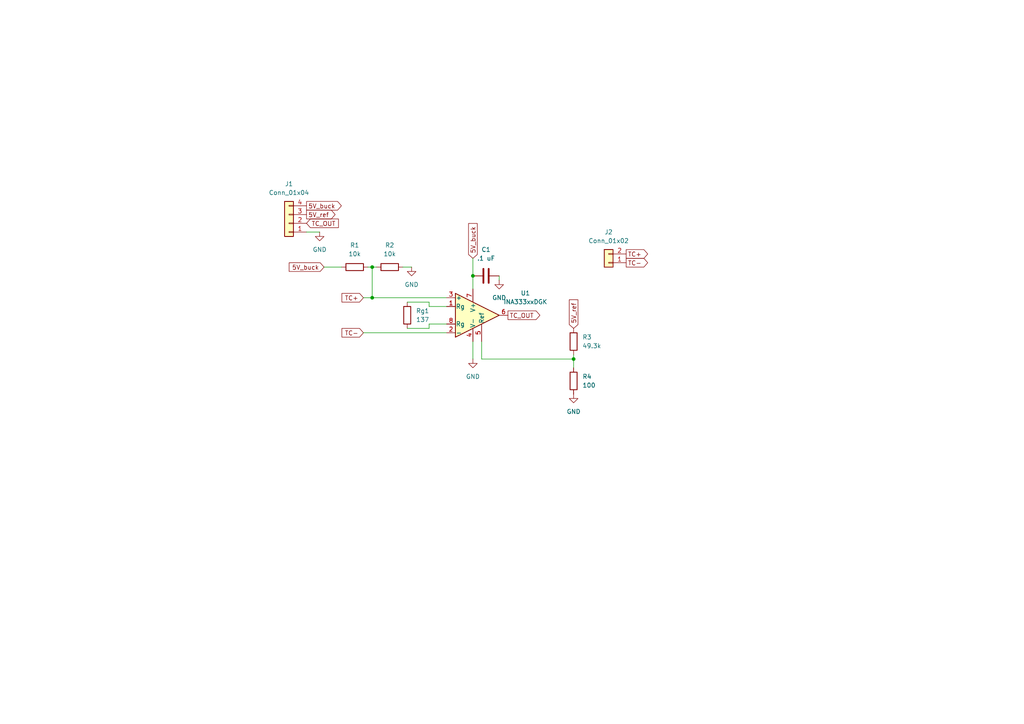
<source format=kicad_sch>
(kicad_sch (version 20250114) (generator "eeschema") (generator_version "9.0")
  (paper "A4")
  (lib_symbols
    (symbol "Amplifier_Instrumentation:INA333xxDGK" (pin_names (offset 0.127))
      (property "Reference" "U" (at 3.81 3.175 0))
      (property "Value" "INA333xxDGK" (at 3.81 -3.175 0))
      (symbol "INA333xxDGK_0_1"
        (polyline (pts (xy 7.62 0) (xy -5.08 6.35) (xy -5.08 -6.35) (xy 7.62 0)) (stroke (width 0.254)) (fill (type background)))
      )
      (symbol "INA333xxDGK_1_1"
        (pin input line (at -7.62 5.08 0) (length 2.54) (name "+") (number "3"))
        (pin passive line (at -7.62 2.54 0) (length 2.54) (name "Rg") (number "1"))
        (pin passive line (at -7.62 -2.54 0) (length 2.54) (name "Rg") (number "8"))
        (pin input line (at -7.62 -5.08 0) (length 2.54) (name "-") (number "2"))
        (pin power_in line (at 0 7.62 270) (length 3.81) (name "V+") (number "7"))
        (pin power_in line (at 0 -7.62 90) (length 3.81) (name "V-") (number "4"))
        (pin input line (at 2.54 -7.62 90) (length 5.08) (name "Ref") (number "5"))
        (pin output line (at 10.16 0 180) (length 2.54) (name "~") (number "6"))
      )
    )
    (symbol "Connector_Generic:Conn_01x02" (pin_names (offset 1.016) (hide yes))
      (property "Reference" "J" (at 0 2.54 0))
      (property "Value" "Conn_01x02" (at 0 -5.08 0))
      (symbol "Conn_01x02_1_1"
        (rectangle (start -1.27 1.27) (end 1.27 -3.81) (stroke (width 0.254)) (fill (type background)))
        (rectangle (start -1.27 0.127) (end 0 -0.127) (stroke (width 0.1524)))
        (rectangle (start -1.27 -2.413) (end 0 -2.667) (stroke (width 0.1524)))
        (pin passive line (at -5.08 0 0) (length 3.81) (name "Pin_1") (number "1"))
        (pin passive line (at -5.08 -2.54 0) (length 3.81) (name "Pin_2") (number "2"))
      )
    )
    (symbol "Connector_Generic:Conn_01x04" (pin_names (offset 1.016) (hide yes))
      (property "Reference" "J" (at 0 5.08 0))
      (property "Value" "Conn_01x04" (at 0 -7.62 0))
      (symbol "Conn_01x04_1_1"
        (rectangle (start -1.27 3.81) (end 1.27 -6.35) (stroke (width 0.254)) (fill (type background)))
        (rectangle (start -1.27 2.667) (end 0 2.413) (stroke (width 0.1524)))
        (rectangle (start -1.27 0.127) (end 0 -0.127) (stroke (width 0.1524)))
        (rectangle (start -1.27 -2.413) (end 0 -2.667) (stroke (width 0.1524)))
        (rectangle (start -1.27 -4.953) (end 0 -5.207) (stroke (width 0.1524)))
        (pin passive line (at -5.08 2.54 0) (length 3.81) (name "Pin_1") (number "1"))
        (pin passive line (at -5.08 0 0) (length 3.81) (name "Pin_2") (number "2"))
        (pin passive line (at -5.08 -2.54 0) (length 3.81) (name "Pin_3") (number "3"))
        (pin passive line (at -5.08 -5.08 0) (length 3.81) (name "Pin_4") (number "4"))
      )
    )
    (symbol "Device:C" (pin_numbers (hide yes)) (pin_names (offset 0.254))
      (property "Reference" "C" (at 0.635 2.54 0))
      (property "Value" "C" (at 0.635 -2.54 0))
      (symbol "C_0_1"
        (polyline (pts (xy -2.032 0.762) (xy 2.032 0.762)) (stroke (width 0.508)))
        (polyline (pts (xy -2.032 -0.762) (xy 2.032 -0.762)) (stroke (width 0.508)))
      )
      (symbol "C_1_1"
        (pin passive line (at 0 3.81 270) (length 2.794) (name "~") (number "1"))
        (pin passive line (at 0 -3.81 90) (length 2.794) (name "~") (number "2"))
      )
    )
    (symbol "Device:R" (pin_numbers (hide yes)) (pin_names (offset 0))
      (property "Reference" "R" (at 2.032 0 90))
      (property "Value" "R" (at 0 0 90))
      (symbol "R_0_1"
        (rectangle (start -1.016 -2.54) (end 1.016 2.54) (stroke (width 0.254)))
      )
      (symbol "R_1_1"
        (pin passive line (at 0 3.81 270) (length 1.27) (name "~") (number "1"))
        (pin passive line (at 0 -3.81 90) (length 1.27) (name "~") (number "2"))
      )
    )
    (symbol "power:GND" (power) (pin_numbers (hide yes)) (pin_names (offset 0) (hide yes))
      (property "Value" "GND" (at 0 -3.81 0))
      (symbol "GND_0_1"
        (polyline (pts (xy 0 0) (xy 0 -1.27) (xy 1.27 -1.27) (xy 0 -2.54) (xy -1.27 -1.27) (xy 0 -1.27)))
      )
      (symbol "GND_1_1"
        (pin power_in line (at 0 0 270) (length 0) (name "~") (number "1"))
      )
    )
  )
  (junction (at 107.95 86.36))
  (junction (at 137.16 80.01))
  (junction (at 166.37 104.14))
  (junction (at 107.95 77.47))
  (wire (pts (xy 118.11 95.25) (xy 124.46 95.25)))
  (wire (pts (xy 107.95 77.47) (xy 107.95 86.36)))
  (wire (pts (xy 106.68 77.47) (xy 107.95 77.47)))
  (wire (pts (xy 137.16 80.01) (xy 137.16 83.82)))
  (wire (pts (xy 93.98 77.47) (xy 99.06 77.47)))
  (wire (pts (xy 124.46 95.25) (xy 124.46 93.98)))
  (wire (pts (xy 107.95 77.47) (xy 109.22 77.47)))
  (wire (pts (xy 124.46 93.98) (xy 129.54 93.98)))
  (wire (pts (xy 137.16 99.06) (xy 137.16 104.14)))
  (wire (pts (xy 105.41 86.36) (xy 107.95 86.36)))
  (wire (pts (xy 124.46 88.9) (xy 129.54 88.9)))
  (wire (pts (xy 124.46 87.63) (xy 124.46 88.9)))
  (wire (pts (xy 88.9 67.31) (xy 92.71 67.31)))
  (wire (pts (xy 139.7 99.06) (xy 139.7 104.14)))
  (wire (pts (xy 144.78 80.01) (xy 144.78 81.28)))
  (wire (pts (xy 166.37 102.87) (xy 166.37 104.14)))
  (wire (pts (xy 116.84 77.47) (xy 119.38 77.47)))
  (wire (pts (xy 139.7 104.14) (xy 166.37 104.14)))
  (wire (pts (xy 137.16 74.93) (xy 137.16 80.01)))
  (wire (pts (xy 105.41 96.52) (xy 129.54 96.52)))
  (wire (pts (xy 166.37 104.14) (xy 166.37 106.68)))
  (wire (pts (xy 118.11 87.63) (xy 124.46 87.63)))
  (wire (pts (xy 107.95 86.36) (xy 129.54 86.36)))
  (global_label "TC+" (shape input) (at 105.41 86.36 180) (property "Intersheetrefs" "${INTERSHEET_REFS}" (effects (hide yes))))
  (global_label "TC+" (shape output) (at 181.61 73.66 0) (property "Intersheetrefs" "${INTERSHEET_REFS}" (effects (hide yes))))
  (global_label "TC-" (shape output) (at 181.61 76.2 0) (property "Intersheetrefs" "${INTERSHEET_REFS}" (effects (hide yes))))
  (global_label "TC-" (shape input) (at 105.41 96.52 180) (property "Intersheetrefs" "${INTERSHEET_REFS}" (effects (hide yes))))
  (global_label "TC_OUT" (shape output) (at 147.32 91.44 0) (property "Intersheetrefs" "${INTERSHEET_REFS}" (effects (hide yes))))
  (global_label "5V_buck" (shape input) (at 93.98 77.47 180) (property "Intersheetrefs" "${INTERSHEET_REFS}" (effects (hide yes))))
  (global_label "5V_ref" (shape output) (at 88.9 62.23 0) (property "Intersheetrefs" "${INTERSHEET_REFS}" (effects (hide yes))))
  (global_label "5V_buck" (shape output) (at 88.9 59.69 0) (property "Intersheetrefs" "${INTERSHEET_REFS}" (effects (hide yes))))
  (global_label "5V_ref" (shape input) (at 166.37 95.25 90) (property "Intersheetrefs" "${INTERSHEET_REFS}" (effects (hide yes))))
  (global_label "TC_OUT" (shape input) (at 88.9 64.77 0) (property "Intersheetrefs" "${INTERSHEET_REFS}" (effects (hide yes))))
  (global_label "5V_buck" (shape input) (at 137.16 74.93 90) (property "Intersheetrefs" "${INTERSHEET_REFS}" (effects (hide yes))))
  (symbol (lib_id "Device:R") (at 166.37 99.06 0) (unit 1)
    (property "Reference" "R3" (at 168.91 97.7899 0) (effects (justify left)))
    (property "Value" "49.3k" (at 168.91 100.3299 0) (effects (justify left)))
    (property "Footprint" "Resistor_SMD:R_0402_1005Metric" (effects (hide yes)))
    (property "Description" "Resistor" (effects (hide yes)))
  )
  (symbol (lib_id "power:GND") (at 137.16 104.14 0) (unit 1)
    (property "Reference" "#PWR03" (effects (hide yes)))
    (property "Value" "GND" (at 137.16 109.22 0))
    (property "Description" "Power symbol creates a global label with name \"GND\" , ground" (effects (hide yes)))
  )
  (symbol (lib_id "Connector_Generic:Conn_01x02") (at 176.53 76.2 180) (unit 1)
    (property "Reference" "J2" (at 176.53 67.31 0))
    (property "Value" "Conn_01x02" (at 176.53 69.85 0))
    (property "Footprint" "Connector_JST:JST_PH_B2B-PH-SM4-TB_1x02-1MP_P2.00mm_Vertical" (effects (hide yes)))
    (property "Description" "Generic connector, single row, 01x02, script generated (kicad-library-utils/schlib/autogen/connector/)" (effects (hide yes)))
  )
  (symbol (lib_id "Device:R") (at 102.87 77.47 90) (unit 1)
    (property "Reference" "R1" (at 102.87 71.12 90))
    (property "Value" "10k" (at 102.87 73.66 90))
    (property "Footprint" "Resistor_SMD:R_0402_1005Metric" (effects (hide yes)))
    (property "Description" "Resistor" (effects (hide yes)))
  )
  (symbol (lib_id "Device:R") (at 118.11 91.44 0) (unit 1)
    (property "Reference" "Rg1" (at 120.65 90.1699 0) (effects (justify left)))
    (property "Value" "137" (at 120.65 92.7099 0) (effects (justify left)))
    (property "Footprint" "Resistor_SMD:R_0402_1005Metric" (effects (hide yes)))
    (property "Description" "Resistor" (effects (hide yes)))
  )
  (symbol (lib_id "Amplifier_Instrumentation:INA333xxDGK") (at 137.16 91.44 0) (unit 1)
    (property "Reference" "U1" (at 152.4 85.0198 0))
    (property "Value" "INA333xxDGK" (at 152.4 87.5598 0))
    (property "Footprint" "Package_SO:VSSOP-8_3x3mm_P0.65mm" (effects (hide yes)))
    (property "Datasheet" "https://www.ti.com/lit/ds/symlink/ina333.pdf" (effects (hide yes)))
    (property "Description" "Zero Drift, Micropower Instrumentation Amplifier G = 1 + 100kOhm/Rg, VSSOP-8" (effects (hide yes)))
  )
  (symbol (lib_id "Device:R") (at 166.37 110.49 0) (unit 1)
    (property "Reference" "R4" (at 168.91 109.2199 0) (effects (justify left)))
    (property "Value" "100" (at 168.91 111.7599 0) (effects (justify left)))
    (property "Footprint" "Resistor_SMD:R_0402_1005Metric" (effects (hide yes)))
    (property "Description" "Resistor" (effects (hide yes)))
  )
  (symbol (lib_id "power:GND") (at 144.78 81.28 0) (unit 1)
    (property "Reference" "#PWR04" (effects (hide yes)))
    (property "Value" "GND" (at 144.78 86.36 0))
    (property "Description" "Power symbol creates a global label with name \"GND\" , ground" (effects (hide yes)))
  )
  (symbol (lib_id "Device:C") (at 140.97 80.01 90) (unit 1)
    (property "Reference" "C1" (at 140.97 72.39 90))
    (property "Value" ".1 uF" (at 140.97 74.93 90))
    (property "Footprint" "Capacitor_SMD:C_0402_1005Metric" (effects (hide yes)))
    (property "Description" "Unpolarized capacitor" (effects (hide yes)))
  )
  (symbol (lib_id "power:GND") (at 119.38 77.47 0) (unit 1)
    (property "Reference" "#PWR02" (effects (hide yes)))
    (property "Value" "GND" (at 119.38 82.55 0))
    (property "Description" "Power symbol creates a global label with name \"GND\" , ground" (effects (hide yes)))
  )
  (symbol (lib_id "Device:R") (at 113.03 77.47 90) (unit 1)
    (property "Reference" "R2" (at 113.03 71.12 90))
    (property "Value" "10k" (at 113.03 73.66 90))
    (property "Footprint" "Resistor_SMD:R_0402_1005Metric" (effects (hide yes)))
    (property "Description" "Resistor" (effects (hide yes)))
  )
  (symbol (lib_id "Connector_Generic:Conn_01x04") (at 83.82 64.77 180) (unit 1)
    (property "Reference" "J1" (at 83.82 53.34 0))
    (property "Value" "Conn_01x04" (at 83.82 55.88 0))
    (property "Footprint" "Connector_JST:JST_PH_B4B-PH-SM4-TB_1x04-1MP_P2.00mm_Vertical" (effects (hide yes)))
    (property "Description" "Generic connector, single row, 01x04, script generated (kicad-library-utils/schlib/autogen/connector/)" (effects (hide yes)))
  )
  (symbol (lib_id "power:GND") (at 92.71 67.31 0) (unit 1)
    (property "Reference" "#PWR01" (effects (hide yes)))
    (property "Value" "GND" (at 92.71 72.39 0))
    (property "Description" "Power symbol creates a global label with name \"GND\" , ground" (effects (hide yes)))
  )
  (symbol (lib_id "power:GND") (at 166.37 114.3 0) (unit 1)
    (property "Reference" "#PWR05" (effects (hide yes)))
    (property "Value" "GND" (at 166.37 119.38 0))
    (property "Description" "Power symbol creates a global label with name \"GND\" , ground" (effects (hide yes)))
  )
)
</source>
